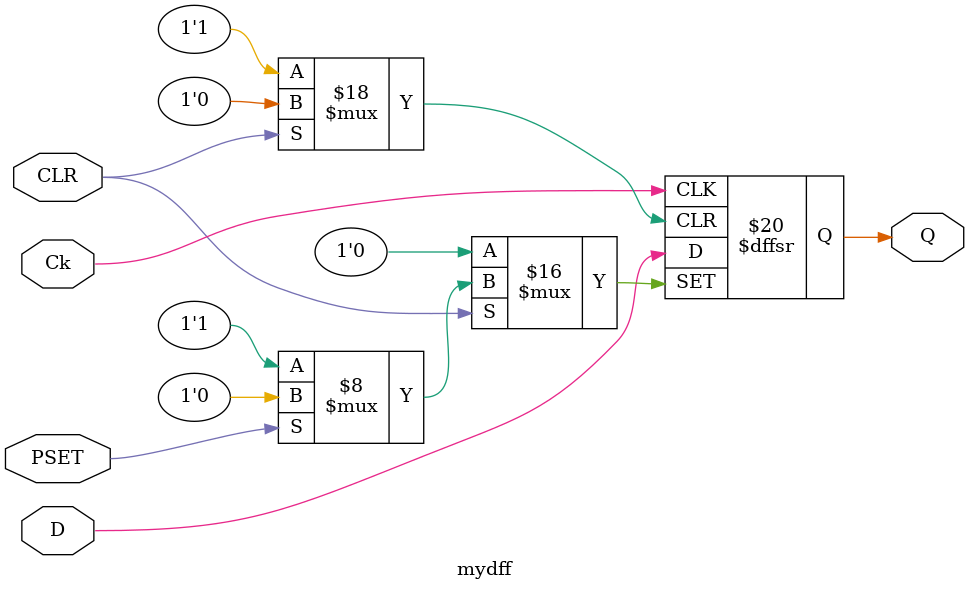
<source format=v>


module mydff(
	PSET,
	D,
	Ck,
	CLR,
	Q
);


input wire	PSET;
input wire	D;
input wire	Ck;
input wire	CLR;
output reg	Q;






always@(posedge Ck or negedge CLR or negedge PSET)
begin
if (!CLR)
	begin
	Q <= 0;
	end
else
if (!PSET)
	begin
	Q <= 1;
	end
else
	begin
	Q <= D;
	end
end


endmodule

</source>
